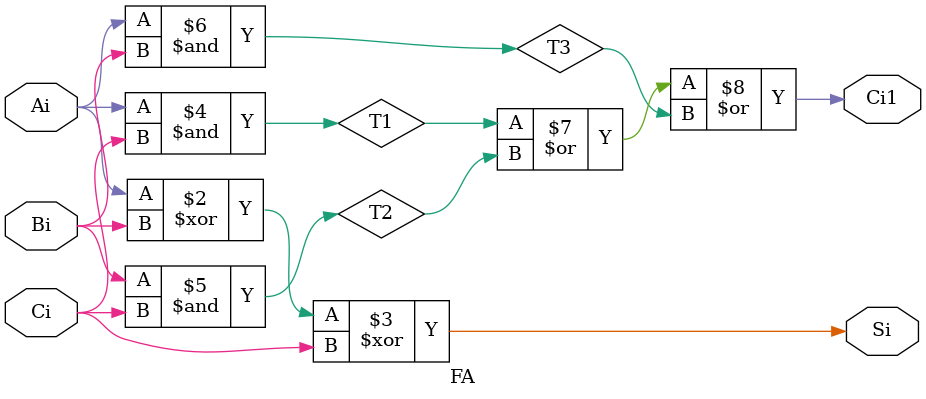
<source format=v>
module FA(Ai, Bi, Ci, Ci1, Si);
input Ai, Bi, Ci;
output Ci1, Si;
reg Ci1, Si;
reg T1, T2, T3;
always @(Ai or Bi or Ci)
begin
Si = Ai^Bi^Ci;
T1 = Ai&Ci;
T2 = Bi&Ci;
T3 = Ai&Bi;
Ci1 = T1|T2|T3;
end
endmodule

</source>
